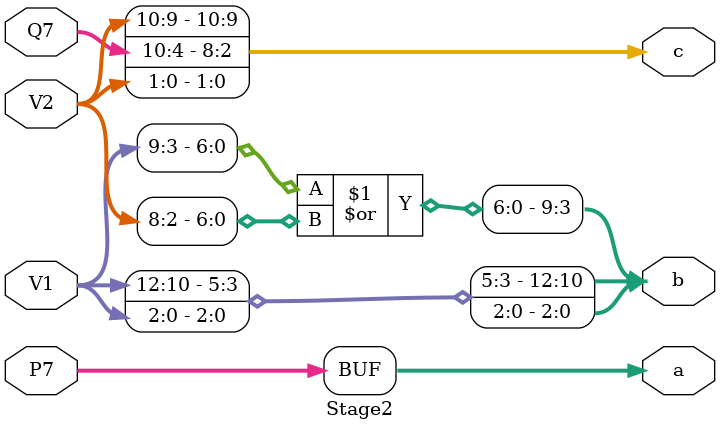
<source format=sv>
module Stage2(
	input		[14:0]		P7,
	input 	[14:0]		Q7,
	input 	[12:0]		V1,
	input 	[10:0]		V2,
	output [14:0] a,
	output [12:0] b,
	output [10:0] c
);

assign a = P7;
assign b[2:0] = V1[2:0];
assign b[9:3] = V1[9:3] | V2[8:2];
assign b[12:10] = V1[12:10];
assign c[1:0] = V2[1:0];
assign c[8:2] = Q7[10:4];
assign c[10:9] = V2[10:9];
endmodule
</source>
